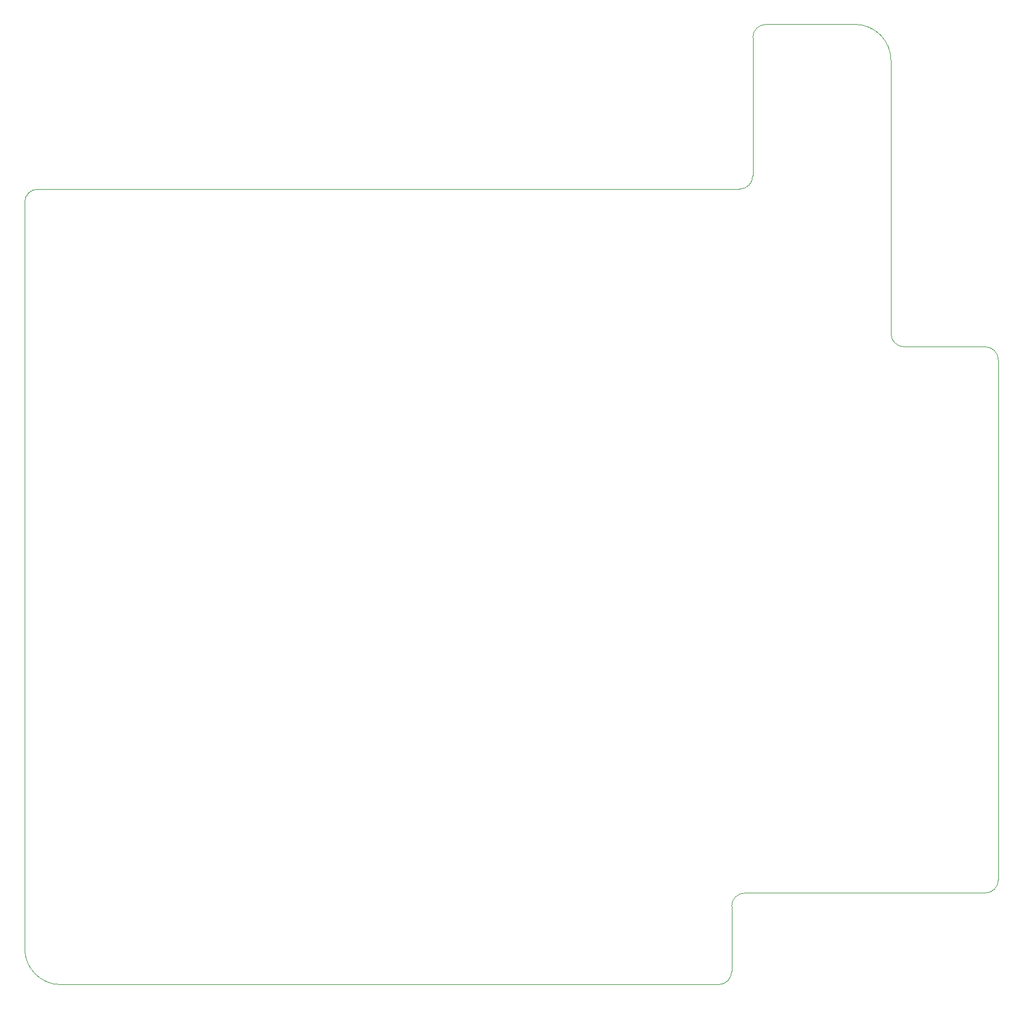
<source format=gm1>
%TF.GenerationSoftware,KiCad,Pcbnew,9.0.6-9.0.6~ubuntu24.04.1*%
%TF.CreationDate,2025-12-31T17:55:56-08:00*%
%TF.ProjectId,roboRIO-interface-v3,726f626f-5249-44f2-9d69-6e7465726661,3*%
%TF.SameCoordinates,PX4fefde0PYc90dba0*%
%TF.FileFunction,Profile,NP*%
%FSLAX46Y46*%
G04 Gerber Fmt 4.6, Leading zero omitted, Abs format (unit mm)*
G04 Created by KiCad (PCBNEW 9.0.6-9.0.6~ubuntu24.04.1) date 2025-12-31 17:55:56*
%MOMM*%
%LPD*%
G01*
G04 APERTURE LIST*
%TA.AperFunction,Profile*%
%ADD10C,0.100000*%
%TD*%
G04 APERTURE END LIST*
D10*
X224282000Y-195707000D02*
X224282000Y-120777000D01*
X210693000Y-118872000D02*
X222377000Y-118872000D01*
X89027000Y-210820000D02*
G75*
G02*
X83820000Y-205613000I0J5207000D01*
G01*
X188849000Y-94234000D02*
G75*
G02*
X186944000Y-96139000I-1905000J0D01*
G01*
X83820000Y-98044000D02*
G75*
G02*
X85725000Y-96139000I1905000J0D01*
G01*
X188849000Y-94234000D02*
X188849000Y-74295000D01*
X185801000Y-199517000D02*
G75*
G02*
X187706000Y-197612000I1905000J0D01*
G01*
X187706000Y-197612000D02*
X222377000Y-197612000D01*
X224282000Y-195707000D02*
G75*
G02*
X222377000Y-197612000I-1905000J0D01*
G01*
X203581000Y-72390000D02*
G75*
G02*
X208788000Y-77597000I0J-5207000D01*
G01*
X222377000Y-118872000D02*
G75*
G02*
X224282000Y-120777000I0J-1905000D01*
G01*
X89027000Y-210820000D02*
X183896000Y-210820000D01*
X188849000Y-74295000D02*
G75*
G02*
X190754000Y-72390000I1905000J0D01*
G01*
X185801000Y-208915000D02*
G75*
G02*
X183896000Y-210820000I-1905000J0D01*
G01*
X83820000Y-205613000D02*
X83820000Y-98044000D01*
X85725000Y-96139000D02*
X186944000Y-96139000D01*
X185801000Y-208915000D02*
X185801000Y-199517000D01*
X190754000Y-72390000D02*
X203581000Y-72390000D01*
X208788000Y-77597000D02*
X208788000Y-116967000D01*
X210693000Y-118872000D02*
G75*
G02*
X208788000Y-116967000I0J1905000D01*
G01*
M02*

</source>
